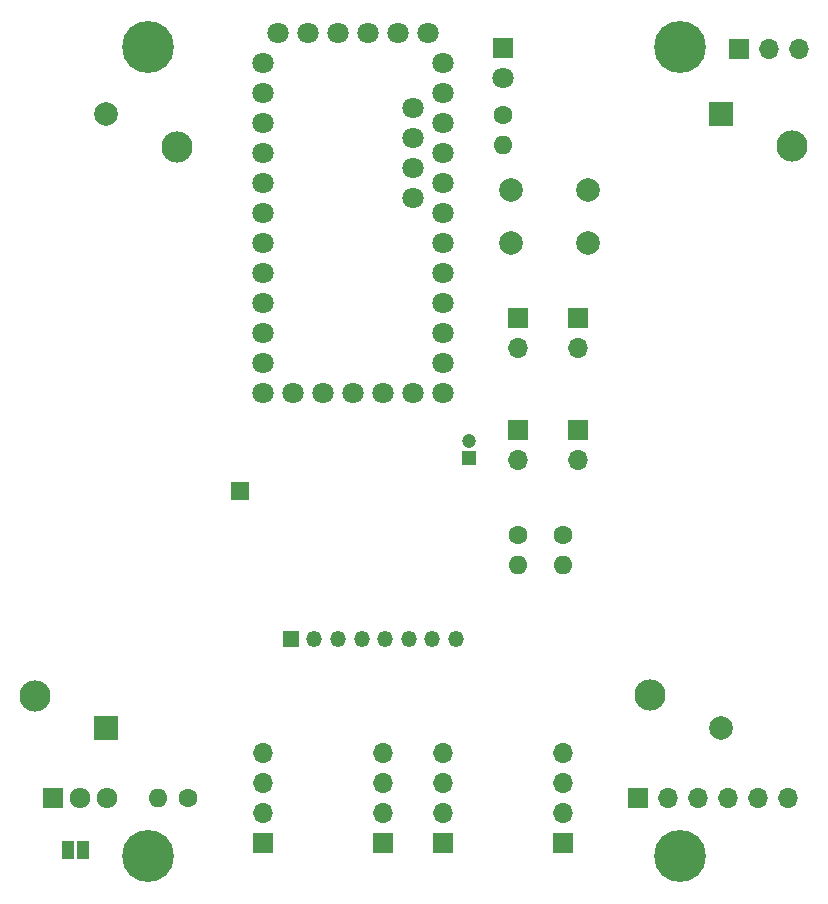
<source format=gbr>
%TF.GenerationSoftware,KiCad,Pcbnew,8.0.5-8.0.5-0~ubuntu22.04.1*%
%TF.CreationDate,2024-09-30T17:55:33+02:00*%
%TF.ProjectId,HB-UNI-SEN-BATT_E07-900MM10S_FUEL4EP,48422d55-4e49-42d5-9345-4e2d42415454,1.1*%
%TF.SameCoordinates,Original*%
%TF.FileFunction,Soldermask,Bot*%
%TF.FilePolarity,Negative*%
%FSLAX46Y46*%
G04 Gerber Fmt 4.6, Leading zero omitted, Abs format (unit mm)*
G04 Created by KiCad (PCBNEW 8.0.5-8.0.5-0~ubuntu22.04.1) date 2024-09-30 17:55:33*
%MOMM*%
%LPD*%
G01*
G04 APERTURE LIST*
G04 Aperture macros list*
%AMRoundRect*
0 Rectangle with rounded corners*
0 $1 Rounding radius*
0 $2 $3 $4 $5 $6 $7 $8 $9 X,Y pos of 4 corners*
0 Add a 4 corners polygon primitive as box body*
4,1,4,$2,$3,$4,$5,$6,$7,$8,$9,$2,$3,0*
0 Add four circle primitives for the rounded corners*
1,1,$1+$1,$2,$3*
1,1,$1+$1,$4,$5*
1,1,$1+$1,$6,$7*
1,1,$1+$1,$8,$9*
0 Add four rect primitives between the rounded corners*
20,1,$1+$1,$2,$3,$4,$5,0*
20,1,$1+$1,$4,$5,$6,$7,0*
20,1,$1+$1,$6,$7,$8,$9,0*
20,1,$1+$1,$8,$9,$2,$3,0*%
G04 Aperture macros list end*
%ADD10R,1.800000X1.800000*%
%ADD11C,1.800000*%
%ADD12R,1.700000X1.700000*%
%ADD13O,1.700000X1.700000*%
%ADD14C,2.640000*%
%ADD15R,2.000000X2.000000*%
%ADD16C,2.000000*%
%ADD17R,1.200000X1.200000*%
%ADD18C,1.200000*%
%ADD19C,1.600000*%
%ADD20O,1.600000X1.600000*%
%ADD21R,1.717500X1.800000*%
%ADD22O,1.717500X1.800000*%
%ADD23R,1.000000X1.500000*%
%ADD24C,0.700000*%
%ADD25C,4.400000*%
%ADD26R,1.350000X1.350000*%
%ADD27O,1.350000X1.350000*%
%ADD28RoundRect,0.250000X-0.550000X-0.550000X0.550000X-0.550000X0.550000X0.550000X-0.550000X0.550000X0*%
G04 APERTURE END LIST*
D10*
%TO.C,D1*%
X45050000Y71720000D03*
D11*
X45050000Y69180000D03*
%TD*%
D12*
%TO.C,J1*%
X46320000Y39335000D03*
D13*
X46320000Y36795000D03*
%TD*%
D12*
%TO.C,J2*%
X51400000Y39335000D03*
D13*
X51400000Y36795000D03*
%TD*%
D12*
%TO.C,J7*%
X34890000Y4410000D03*
D13*
X34890000Y6950000D03*
X34890000Y9490000D03*
X34890000Y12030000D03*
%TD*%
D14*
%TO.C,BT1*%
X69485000Y63390000D03*
X57495000Y16910000D03*
D15*
X63490000Y66140000D03*
D16*
X63490000Y14150000D03*
%TD*%
D12*
%TO.C,J3*%
X46320000Y48860000D03*
D13*
X46320000Y46320000D03*
%TD*%
D12*
%TO.C,J4*%
X51400000Y48860000D03*
D13*
X51400000Y46320000D03*
%TD*%
D12*
%TO.C,J5*%
X56480000Y8220000D03*
D13*
X59020000Y8220000D03*
X61560000Y8220000D03*
X64100000Y8220000D03*
X66640000Y8220000D03*
X69180000Y8220000D03*
%TD*%
D12*
%TO.C,J6*%
X24730000Y4410000D03*
D13*
X24730000Y6950000D03*
X24730000Y9490000D03*
X24730000Y12030000D03*
%TD*%
D17*
%TO.C,C1*%
X42164000Y36957000D03*
D18*
X42164000Y38457000D03*
%TD*%
D19*
%TO.C,R4*%
X50130000Y30445000D03*
D20*
X50130000Y27905000D03*
%TD*%
D19*
%TO.C,R5*%
X46320000Y30445000D03*
D20*
X46320000Y27905000D03*
%TD*%
D19*
%TO.C,R1*%
X45050000Y66005000D03*
D20*
X45050000Y63465000D03*
%TD*%
D19*
%TO.C,R3*%
X18380000Y8220000D03*
D20*
X15840000Y8220000D03*
%TD*%
D21*
%TO.C,Q1*%
X6950000Y8220000D03*
D22*
X9240000Y8220000D03*
X11530000Y8220000D03*
%TD*%
D12*
%TO.C,J9*%
X50130000Y4410000D03*
D13*
X50130000Y6950000D03*
X50130000Y9490000D03*
X50130000Y12030000D03*
%TD*%
D12*
%TO.C,J10*%
X64989000Y71656500D03*
D13*
X67529000Y71656500D03*
X70069000Y71656500D03*
%TD*%
D23*
%TO.C,JP1*%
X9500000Y3775000D03*
X8200000Y3775000D03*
%TD*%
D11*
%TO.C,Module2*%
X39970000Y70450000D03*
X27270000Y42510000D03*
X24730000Y70450000D03*
X26000000Y72990000D03*
X37430000Y66640000D03*
X39970000Y67910000D03*
X29810000Y42510000D03*
X24730000Y67910000D03*
X28540000Y72990000D03*
X37430000Y64100000D03*
X39970000Y65370000D03*
X32350000Y42510000D03*
X24730000Y65370000D03*
X31080000Y72990000D03*
X37430000Y61560000D03*
X39970000Y62830000D03*
X34890000Y42510000D03*
X24730000Y62830000D03*
X33620000Y72990000D03*
X37430000Y59020000D03*
X39970000Y60290000D03*
X37430000Y42510000D03*
X24730000Y60290000D03*
X36160000Y72990000D03*
X39970000Y57750000D03*
X24730000Y57750000D03*
X38700000Y72990000D03*
X39970000Y55210000D03*
X24730000Y55210000D03*
X39970000Y52670000D03*
X24730000Y52670000D03*
X39970000Y50130000D03*
X24730000Y50130000D03*
X39970000Y47590000D03*
X24730000Y47590000D03*
X39970000Y45050000D03*
X24730000Y45050000D03*
X39970000Y42510000D03*
X24730000Y42510000D03*
%TD*%
D16*
%TO.C,SW1*%
X45685000Y59655000D03*
X52185000Y59655000D03*
X45685000Y55155000D03*
X52185000Y55155000D03*
%TD*%
D12*
%TO.C,J8*%
X39970000Y4410000D03*
D13*
X39970000Y6950000D03*
X39970000Y9490000D03*
X39970000Y12030000D03*
%TD*%
D24*
%TO.C,H2*%
X58200000Y71750000D03*
X58727200Y73022800D03*
X58727200Y70477200D03*
X60000000Y73550000D03*
D25*
X60000000Y71750000D03*
D24*
X60000000Y69950000D03*
X61272800Y73022800D03*
X61272800Y70477200D03*
X61800000Y71750000D03*
%TD*%
%TO.C,H4*%
X58200000Y3250000D03*
X58727200Y4522800D03*
X58727200Y1977200D03*
X60000000Y5050000D03*
D25*
X60000000Y3250000D03*
D24*
X60000000Y1450000D03*
X61272800Y4522800D03*
X61272800Y1977200D03*
X61800000Y3250000D03*
%TD*%
%TO.C,H1*%
X13200000Y71750000D03*
X13727200Y73022800D03*
X13727200Y70477200D03*
X15000000Y73550000D03*
D25*
X15000000Y71750000D03*
D24*
X15000000Y69950000D03*
X16272800Y73022800D03*
X16272800Y70477200D03*
X16800000Y71750000D03*
%TD*%
%TO.C,H3*%
X13200000Y3250000D03*
X13727200Y4522800D03*
X13727200Y1977200D03*
X15000000Y5050000D03*
D25*
X15000000Y3250000D03*
D24*
X15000000Y1450000D03*
X16272800Y4522800D03*
X16272800Y1977200D03*
X16800000Y3250000D03*
%TD*%
D26*
%TO.C,J11*%
X27048000Y21682000D03*
D27*
X29048000Y21682000D03*
X31048000Y21682000D03*
X33048000Y21682000D03*
X35048000Y21682000D03*
X37048000Y21682000D03*
X39048000Y21682000D03*
X41048000Y21682000D03*
%TD*%
D14*
%TO.C,BT2*%
X5425000Y16850000D03*
X17415000Y63330000D03*
D15*
X11420000Y14100000D03*
D16*
X11420000Y66090000D03*
%TD*%
D28*
%TO.C,AE1*%
X22733000Y34163000D03*
%TD*%
M02*

</source>
